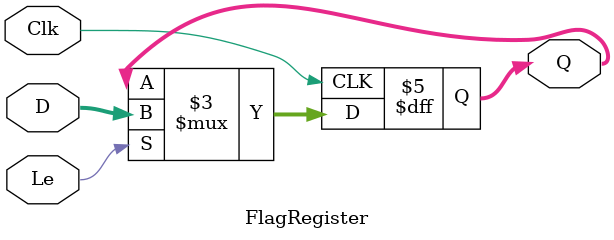
<source format=v>


module FlagRegister(output reg [3:0] Q, input [3:0] D, input Clk, Le);
always@(posedge Clk)
begin
if(Le)
	Q <= D;
else
	Q <= Q;
end
endmodule

</source>
